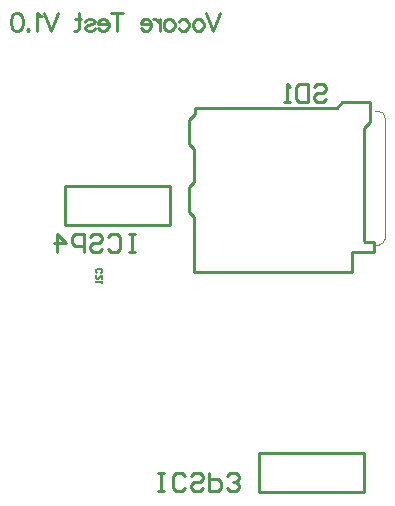
<source format=gbo>
G04 Layer_Color=32896*
%FSLAX44Y44*%
%MOMM*%
G71*
G01*
G75*
%ADD40C,0.1000*%
%ADD41C,0.2540*%
%ADD45C,0.1600*%
D40*
X4442Y-106698D02*
G03*
X-1057Y-101199I-5359J140D01*
G01*
X-662Y-214194D02*
G03*
X4442Y-209099I-18J5122D01*
G01*
X4442Y-209099D02*
Y-106698D01*
X-3057Y-214194D02*
X-662D01*
X-3779Y-101199D02*
X-1057D01*
D41*
X-13557Y-211168D02*
X-12557Y-212169D01*
X-4557D01*
X-13557Y-115669D02*
X-8057Y-110169D01*
X-23557Y-221168D02*
Y-220669D01*
X-4557D01*
Y-212169D01*
X-36557Y-98168D02*
X-32057Y-93669D01*
X-8057D01*
Y-110169D02*
Y-93669D01*
X-156557Y-98168D02*
X-36557D01*
X-13557Y-211168D02*
Y-115669D01*
X-157229Y-237169D02*
X-23557D01*
Y-221168D01*
X-156557Y-103669D02*
Y-98168D01*
X-161557Y-108669D02*
X-156557Y-103669D01*
X-157229Y-237169D02*
Y-190497D01*
Y-160840D02*
Y-132882D01*
X-161557Y-165169D02*
X-157229Y-160840D01*
X-161557Y-186169D02*
Y-165169D01*
Y-186169D02*
X-157229Y-190497D01*
X-161557Y-128553D02*
Y-108669D01*
Y-128553D02*
X-157229Y-132882D01*
X-13563Y-423868D02*
Y-390848D01*
X-102463D02*
X-13563D01*
X-102463Y-423868D02*
Y-390848D01*
Y-423868D02*
X-13563D01*
X-266522Y-164112D02*
X-177622D01*
Y-197132D02*
Y-164112D01*
X-266522Y-197132D02*
X-177622D01*
X-266522D02*
Y-164112D01*
X-55589Y-80284D02*
X-53050Y-77744D01*
X-47972D01*
X-45432Y-80284D01*
Y-82823D01*
X-47972Y-85362D01*
X-53050D01*
X-55589Y-87901D01*
Y-90440D01*
X-53050Y-92980D01*
X-47972D01*
X-45432Y-90440D01*
X-60667Y-77744D02*
Y-92980D01*
X-68285D01*
X-70824Y-90440D01*
Y-80284D01*
X-68285Y-77744D01*
X-60667D01*
X-75902Y-92980D02*
X-80981D01*
X-78442D01*
Y-77744D01*
X-75902Y-80284D01*
X-187507Y-423073D02*
X-182429D01*
X-184968D01*
Y-407837D01*
X-187507D01*
X-182429D01*
X-164655Y-420533D02*
X-167194Y-423073D01*
X-172272D01*
X-174811Y-420533D01*
Y-410377D01*
X-172272Y-407837D01*
X-167194D01*
X-164655Y-410377D01*
X-149420Y-420533D02*
X-151959Y-423073D01*
X-157037D01*
X-159576Y-420533D01*
Y-417994D01*
X-157037Y-415455D01*
X-151959D01*
X-149420Y-412916D01*
Y-410377D01*
X-151959Y-407837D01*
X-157037D01*
X-159576Y-410377D01*
X-144341Y-407837D02*
Y-423073D01*
X-136724D01*
X-134185Y-420533D01*
Y-415455D01*
X-136724Y-412916D01*
X-144341D01*
X-129106Y-420533D02*
X-126567Y-423073D01*
X-121489D01*
X-118949Y-420533D01*
Y-417994D01*
X-121489Y-415455D01*
X-124028D01*
X-121489D01*
X-118949Y-412916D01*
Y-410377D01*
X-121489Y-407837D01*
X-126567D01*
X-129106Y-410377D01*
X-207343Y-205343D02*
X-212422D01*
X-209882D01*
Y-220578D01*
X-207343D01*
X-212422D01*
X-230196Y-207882D02*
X-227657Y-205343D01*
X-222578D01*
X-220039Y-207882D01*
Y-218038D01*
X-222578Y-220578D01*
X-227657D01*
X-230196Y-218038D01*
X-245431Y-207882D02*
X-242892Y-205343D01*
X-237813D01*
X-235274Y-207882D01*
Y-210421D01*
X-237813Y-212960D01*
X-242892D01*
X-245431Y-215499D01*
Y-218038D01*
X-242892Y-220578D01*
X-237813D01*
X-235274Y-218038D01*
X-250509Y-220578D02*
Y-205343D01*
X-258127D01*
X-260666Y-207882D01*
Y-212960D01*
X-258127Y-215499D01*
X-250509D01*
X-273362Y-220578D02*
Y-205343D01*
X-265744Y-212960D01*
X-275901D01*
X-135280Y-17936D02*
X-141084Y-33172D01*
X-146889Y-17936D02*
X-141084Y-33172D01*
X-152476Y-23015D02*
X-151025Y-23740D01*
X-149573Y-25191D01*
X-148848Y-27368D01*
Y-28819D01*
X-149573Y-30996D01*
X-151025Y-32447D01*
X-152476Y-33172D01*
X-154652D01*
X-156103Y-32447D01*
X-157555Y-30996D01*
X-158280Y-28819D01*
Y-27368D01*
X-157555Y-25191D01*
X-156103Y-23740D01*
X-154652Y-23015D01*
X-152476D01*
X-170324Y-25191D02*
X-168873Y-23740D01*
X-167422Y-23015D01*
X-165245D01*
X-163794Y-23740D01*
X-162343Y-25191D01*
X-161618Y-27368D01*
Y-28819D01*
X-162343Y-30996D01*
X-163794Y-32447D01*
X-165245Y-33172D01*
X-167422D01*
X-168873Y-32447D01*
X-170324Y-30996D01*
X-177217Y-23015D02*
X-175766Y-23740D01*
X-174315Y-25191D01*
X-173589Y-27368D01*
Y-28819D01*
X-174315Y-30996D01*
X-175766Y-32447D01*
X-177217Y-33172D01*
X-179394D01*
X-180845Y-32447D01*
X-182296Y-30996D01*
X-183022Y-28819D01*
Y-27368D01*
X-182296Y-25191D01*
X-180845Y-23740D01*
X-179394Y-23015D01*
X-177217D01*
X-186359D02*
Y-33172D01*
Y-27368D02*
X-187085Y-25191D01*
X-188536Y-23740D01*
X-189987Y-23015D01*
X-192164D01*
X-193542Y-27368D02*
X-202249D01*
Y-25917D01*
X-201523Y-24466D01*
X-200798Y-23740D01*
X-199347Y-23015D01*
X-197170D01*
X-195719Y-23740D01*
X-194268Y-25191D01*
X-193542Y-27368D01*
Y-28819D01*
X-194268Y-30996D01*
X-195719Y-32447D01*
X-197170Y-33172D01*
X-199347D01*
X-200798Y-32447D01*
X-202249Y-30996D01*
X-222565Y-17936D02*
Y-33172D01*
X-217486Y-17936D02*
X-227644D01*
X-229457Y-27368D02*
X-238164D01*
Y-25917D01*
X-237439Y-24466D01*
X-236713Y-23740D01*
X-235262Y-23015D01*
X-233085D01*
X-231634Y-23740D01*
X-230183Y-25191D01*
X-229457Y-27368D01*
Y-28819D01*
X-230183Y-30996D01*
X-231634Y-32447D01*
X-233085Y-33172D01*
X-235262D01*
X-236713Y-32447D01*
X-238164Y-30996D01*
X-249410Y-25191D02*
X-248685Y-23740D01*
X-246508Y-23015D01*
X-244331D01*
X-242155Y-23740D01*
X-241429Y-25191D01*
X-242155Y-26642D01*
X-243606Y-27368D01*
X-247234Y-28094D01*
X-248685Y-28819D01*
X-249410Y-30270D01*
Y-30996D01*
X-248685Y-32447D01*
X-246508Y-33172D01*
X-244331D01*
X-242155Y-32447D01*
X-241429Y-30996D01*
X-254779Y-17936D02*
Y-30270D01*
X-255505Y-32447D01*
X-256956Y-33172D01*
X-258407D01*
X-252603Y-23015D02*
X-257682D01*
X-272556Y-17936D02*
X-278360Y-33172D01*
X-284165Y-17936D02*
X-278360Y-33172D01*
X-286124Y-20838D02*
X-287575Y-20112D01*
X-289751Y-17936D01*
Y-33172D01*
X-298023Y-31721D02*
X-297297Y-32447D01*
X-298023Y-33172D01*
X-298748Y-32447D01*
X-298023Y-31721D01*
X-306439Y-17936D02*
X-304263Y-18661D01*
X-302812Y-20838D01*
X-302086Y-24466D01*
Y-26642D01*
X-302812Y-30270D01*
X-304263Y-32447D01*
X-306439Y-33172D01*
X-307890D01*
X-310067Y-32447D01*
X-311518Y-30270D01*
X-312244Y-26642D01*
Y-24466D01*
X-311518Y-20838D01*
X-310067Y-18661D01*
X-307890Y-17936D01*
X-306439D01*
D45*
X-239210Y-237832D02*
X-240043Y-236999D01*
Y-235333D01*
X-239210Y-234499D01*
X-235877D01*
X-235044Y-235333D01*
Y-236999D01*
X-235877Y-237832D01*
X-235044Y-242830D02*
Y-239498D01*
X-238377Y-242830D01*
X-239210D01*
X-240043Y-241997D01*
Y-240331D01*
X-239210Y-239498D01*
X-235044Y-244496D02*
Y-246162D01*
Y-245329D01*
X-240043D01*
X-239210Y-244496D01*
M02*

</source>
